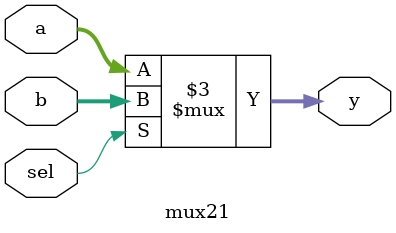
<source format=v>
`timescale 1ns / 1ps

module mux21(
    input [7:0] a,
    input [7:0] b,
    input sel,
    output reg [7:0] y
    );
    
    always @(*) begin
        if (sel) begin
            y = b;
        end
        else begin
            y = a;
        end
    end
endmodule

</source>
